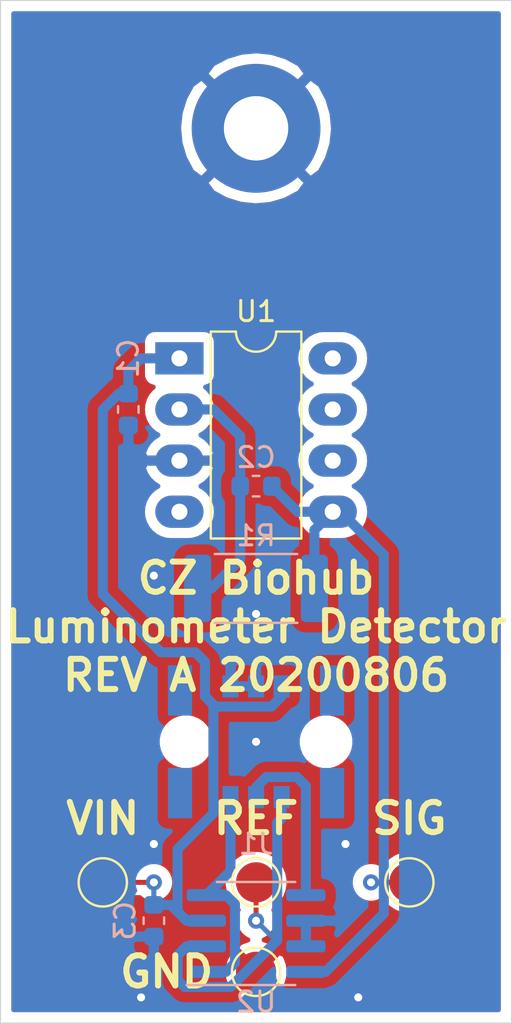
<source format=kicad_pcb>
(kicad_pcb (version 20171130) (host pcbnew "(5.1.5-0-10_14)")

  (general
    (thickness 1.6)
    (drawings 9)
    (tracks 81)
    (zones 0)
    (modules 12)
    (nets 11)
  )

  (page A4)
  (layers
    (0 F.Cu signal)
    (31 B.Cu signal)
    (32 B.Adhes user hide)
    (33 F.Adhes user)
    (34 B.Paste user hide)
    (35 F.Paste user)
    (36 B.SilkS user)
    (37 F.SilkS user)
    (38 B.Mask user hide)
    (39 F.Mask user)
    (40 Dwgs.User user)
    (41 Cmts.User user hide)
    (42 Eco1.User user)
    (43 Eco2.User user hide)
    (44 Edge.Cuts user)
    (45 Margin user)
    (46 B.CrtYd user)
    (47 F.CrtYd user)
    (48 B.Fab user hide)
    (49 F.Fab user hide)
  )

  (setup
    (last_trace_width 0.25)
    (user_trace_width 0.5)
    (trace_clearance 0.2)
    (zone_clearance 0.508)
    (zone_45_only no)
    (trace_min 0.2)
    (via_size 0.8)
    (via_drill 0.4)
    (via_min_size 0.4)
    (via_min_drill 0.3)
    (uvia_size 0.3)
    (uvia_drill 0.1)
    (uvias_allowed no)
    (uvia_min_size 0.2)
    (uvia_min_drill 0.1)
    (edge_width 0.05)
    (segment_width 0.2)
    (pcb_text_width 0.3)
    (pcb_text_size 1.5 1.5)
    (mod_edge_width 0.12)
    (mod_text_size 1 1)
    (mod_text_width 0.15)
    (pad_size 1.524 1.524)
    (pad_drill 0.762)
    (pad_to_mask_clearance 0.051)
    (solder_mask_min_width 0.25)
    (aux_axis_origin 0 0)
    (visible_elements FFFFF77F)
    (pcbplotparams
      (layerselection 0x010fc_ffffffff)
      (usegerberextensions false)
      (usegerberattributes false)
      (usegerberadvancedattributes false)
      (creategerberjobfile false)
      (excludeedgelayer true)
      (linewidth 0.100000)
      (plotframeref false)
      (viasonmask false)
      (mode 1)
      (useauxorigin false)
      (hpglpennumber 1)
      (hpglpenspeed 20)
      (hpglpendiameter 15.000000)
      (psnegative false)
      (psa4output false)
      (plotreference true)
      (plotvalue true)
      (plotinvisibletext false)
      (padsonsilk false)
      (subtractmaskfromsilk false)
      (outputformat 1)
      (mirror false)
      (drillshape 1)
      (scaleselection 1)
      (outputdirectory ""))
  )

  (net 0 "")
  (net 1 GNDA)
  (net 2 VDDA)
  (net 3 "Net-(C2-Pad2)")
  (net 4 "Net-(C2-Pad1)")
  (net 5 /ADC_P)
  (net 6 /ADC_N)
  (net 7 /REF)
  (net 8 "Net-(U1-Pad4)")
  (net 9 "Net-(U1-Pad7)")
  (net 10 "Net-(U1-Pad6)")

  (net_class Default "This is the default net class."
    (clearance 0.2)
    (trace_width 0.25)
    (via_dia 0.8)
    (via_drill 0.4)
    (uvia_dia 0.3)
    (uvia_drill 0.1)
    (add_net /ADC_N)
    (add_net /ADC_P)
    (add_net /REF)
    (add_net GNDA)
    (add_net "Net-(C2-Pad1)")
    (add_net "Net-(C2-Pad2)")
    (add_net "Net-(U1-Pad4)")
    (add_net "Net-(U1-Pad6)")
    (add_net "Net-(U1-Pad7)")
    (add_net VDDA)
  )

  (module Package_SO:SOIC-8_3.9x4.9mm_P1.27mm (layer B.Cu) (tedit 5D9F72B1) (tstamp 5F2D0ADA)
    (at 134.62 104.775)
    (descr "SOIC, 8 Pin (JEDEC MS-012AA, https://www.analog.com/media/en/package-pcb-resources/package/pkg_pdf/soic_narrow-r/r_8.pdf), generated with kicad-footprint-generator ipc_gullwing_generator.py")
    (tags "SOIC SO")
    (path /5F544048)
    (attr smd)
    (fp_text reference U2 (at 0 3.4) (layer B.SilkS)
      (effects (font (size 1 1) (thickness 0.15)) (justify mirror))
    )
    (fp_text value OPA862 (at 0 -3.4) (layer B.Fab)
      (effects (font (size 1 1) (thickness 0.15)) (justify mirror))
    )
    (fp_text user %R (at 0 0) (layer B.Fab)
      (effects (font (size 0.98 0.98) (thickness 0.15)) (justify mirror))
    )
    (fp_line (start 3.7 2.7) (end -3.7 2.7) (layer B.CrtYd) (width 0.05))
    (fp_line (start 3.7 -2.7) (end 3.7 2.7) (layer B.CrtYd) (width 0.05))
    (fp_line (start -3.7 -2.7) (end 3.7 -2.7) (layer B.CrtYd) (width 0.05))
    (fp_line (start -3.7 2.7) (end -3.7 -2.7) (layer B.CrtYd) (width 0.05))
    (fp_line (start -1.95 1.475) (end -0.975 2.45) (layer B.Fab) (width 0.1))
    (fp_line (start -1.95 -2.45) (end -1.95 1.475) (layer B.Fab) (width 0.1))
    (fp_line (start 1.95 -2.45) (end -1.95 -2.45) (layer B.Fab) (width 0.1))
    (fp_line (start 1.95 2.45) (end 1.95 -2.45) (layer B.Fab) (width 0.1))
    (fp_line (start -0.975 2.45) (end 1.95 2.45) (layer B.Fab) (width 0.1))
    (fp_line (start 0 2.56) (end -3.45 2.56) (layer B.SilkS) (width 0.12))
    (fp_line (start 0 2.56) (end 1.95 2.56) (layer B.SilkS) (width 0.12))
    (fp_line (start 0 -2.56) (end -1.95 -2.56) (layer B.SilkS) (width 0.12))
    (fp_line (start 0 -2.56) (end 1.95 -2.56) (layer B.SilkS) (width 0.12))
    (pad 8 smd roundrect (at 2.475 1.905) (size 1.95 0.6) (layers B.Cu B.Paste B.Mask) (roundrect_rratio 0.25)
      (net 4 "Net-(C2-Pad1)"))
    (pad 7 smd roundrect (at 2.475 0.635) (size 1.95 0.6) (layers B.Cu B.Paste B.Mask) (roundrect_rratio 0.25)
      (net 1 GNDA))
    (pad 6 smd roundrect (at 2.475 -0.635) (size 1.95 0.6) (layers B.Cu B.Paste B.Mask) (roundrect_rratio 0.25)
      (net 1 GNDA))
    (pad 5 smd roundrect (at 2.475 -1.905) (size 1.95 0.6) (layers B.Cu B.Paste B.Mask) (roundrect_rratio 0.25)
      (net 6 /ADC_N))
    (pad 4 smd roundrect (at -2.475 -1.905) (size 1.95 0.6) (layers B.Cu B.Paste B.Mask) (roundrect_rratio 0.25)
      (net 5 /ADC_P))
    (pad 3 smd roundrect (at -2.475 -0.635) (size 1.95 0.6) (layers B.Cu B.Paste B.Mask) (roundrect_rratio 0.25)
      (net 2 VDDA))
    (pad 2 smd roundrect (at -2.475 0.635) (size 1.95 0.6) (layers B.Cu B.Paste B.Mask) (roundrect_rratio 0.25)
      (net 7 /REF))
    (pad 1 smd roundrect (at -2.475 1.905) (size 1.95 0.6) (layers B.Cu B.Paste B.Mask) (roundrect_rratio 0.25)
      (net 5 /ADC_P))
    (model ${KISYS3DMOD}/Package_SO.3dshapes/SOIC-8_3.9x4.9mm_P1.27mm.wrl
      (at (xyz 0 0 0))
      (scale (xyz 1 1 1))
      (rotate (xyz 0 0 0))
    )
  )

  (module Package_DIP:DIP-8_W7.62mm_LongPads (layer F.Cu) (tedit 5A02E8C5) (tstamp 5F2CFD04)
    (at 130.81 76.2)
    (descr "8-lead though-hole mounted DIP package, row spacing 7.62 mm (300 mils), LongPads")
    (tags "THT DIP DIL PDIP 2.54mm 7.62mm 300mil LongPads")
    (path /5F543BB2)
    (fp_text reference U1 (at 3.81 -2.33) (layer F.SilkS)
      (effects (font (size 1 1) (thickness 0.15)))
    )
    (fp_text value OPT101 (at 3.81 9.95) (layer F.Fab)
      (effects (font (size 1 1) (thickness 0.15)))
    )
    (fp_text user %R (at 3.81 3.81) (layer F.Fab)
      (effects (font (size 1 1) (thickness 0.15)))
    )
    (fp_line (start 9.1 -1.55) (end -1.45 -1.55) (layer F.CrtYd) (width 0.05))
    (fp_line (start 9.1 9.15) (end 9.1 -1.55) (layer F.CrtYd) (width 0.05))
    (fp_line (start -1.45 9.15) (end 9.1 9.15) (layer F.CrtYd) (width 0.05))
    (fp_line (start -1.45 -1.55) (end -1.45 9.15) (layer F.CrtYd) (width 0.05))
    (fp_line (start 6.06 -1.33) (end 4.81 -1.33) (layer F.SilkS) (width 0.12))
    (fp_line (start 6.06 8.95) (end 6.06 -1.33) (layer F.SilkS) (width 0.12))
    (fp_line (start 1.56 8.95) (end 6.06 8.95) (layer F.SilkS) (width 0.12))
    (fp_line (start 1.56 -1.33) (end 1.56 8.95) (layer F.SilkS) (width 0.12))
    (fp_line (start 2.81 -1.33) (end 1.56 -1.33) (layer F.SilkS) (width 0.12))
    (fp_line (start 0.635 -0.27) (end 1.635 -1.27) (layer F.Fab) (width 0.1))
    (fp_line (start 0.635 8.89) (end 0.635 -0.27) (layer F.Fab) (width 0.1))
    (fp_line (start 6.985 8.89) (end 0.635 8.89) (layer F.Fab) (width 0.1))
    (fp_line (start 6.985 -1.27) (end 6.985 8.89) (layer F.Fab) (width 0.1))
    (fp_line (start 1.635 -1.27) (end 6.985 -1.27) (layer F.Fab) (width 0.1))
    (fp_arc (start 3.81 -1.33) (end 2.81 -1.33) (angle -180) (layer F.SilkS) (width 0.12))
    (pad 8 thru_hole oval (at 7.62 0) (size 2.4 1.6) (drill 0.8) (layers *.Cu *.Mask)
      (net 7 /REF))
    (pad 4 thru_hole oval (at 0 7.62) (size 2.4 1.6) (drill 0.8) (layers *.Cu *.Mask)
      (net 8 "Net-(U1-Pad4)"))
    (pad 7 thru_hole oval (at 7.62 2.54) (size 2.4 1.6) (drill 0.8) (layers *.Cu *.Mask)
      (net 9 "Net-(U1-Pad7)"))
    (pad 3 thru_hole oval (at 0 5.08) (size 2.4 1.6) (drill 0.8) (layers *.Cu *.Mask)
      (net 1 GNDA))
    (pad 6 thru_hole oval (at 7.62 5.08) (size 2.4 1.6) (drill 0.8) (layers *.Cu *.Mask)
      (net 10 "Net-(U1-Pad6)"))
    (pad 2 thru_hole oval (at 0 2.54) (size 2.4 1.6) (drill 0.8) (layers *.Cu *.Mask)
      (net 3 "Net-(C2-Pad2)"))
    (pad 5 thru_hole oval (at 7.62 7.62) (size 2.4 1.6) (drill 0.8) (layers *.Cu *.Mask)
      (net 4 "Net-(C2-Pad1)"))
    (pad 1 thru_hole rect (at 0 0) (size 2.4 1.6) (drill 0.8) (layers *.Cu *.Mask)
      (net 2 VDDA))
    (model ${KISYS3DMOD}/Package_DIP.3dshapes/DIP-8_W7.62mm.wrl
      (at (xyz 0 0 0))
      (scale (xyz 1 1 1))
      (rotate (xyz 0 0 0))
    )
  )

  (module TestPoint:TestPoint_Pad_D2.0mm (layer F.Cu) (tedit 5A0F774F) (tstamp 5F2CFBCF)
    (at 134.62 106.68)
    (descr "SMD pad as test Point, diameter 2.0mm")
    (tags "test point SMD pad")
    (path /5F579568)
    (attr virtual)
    (fp_text reference TP4 (at 0 -1.998) (layer F.SilkS) hide
      (effects (font (size 1 1) (thickness 0.15)))
    )
    (fp_text value TestPoint (at 0 2.05) (layer F.Fab)
      (effects (font (size 1 1) (thickness 0.15)))
    )
    (fp_circle (center 0 0) (end 0 1.2) (layer F.SilkS) (width 0.12))
    (fp_circle (center 0 0) (end 1.5 0) (layer F.CrtYd) (width 0.05))
    (fp_text user %R (at 0 -2) (layer F.Fab)
      (effects (font (size 1 1) (thickness 0.15)))
    )
    (pad 1 smd circle (at 0 0) (size 2 2) (layers F.Cu F.Mask)
      (net 1 GNDA))
  )

  (module TestPoint:TestPoint_Pad_D2.0mm (layer F.Cu) (tedit 5A0F774F) (tstamp 5F2CFBC7)
    (at 134.62 102.235)
    (descr "SMD pad as test Point, diameter 2.0mm")
    (tags "test point SMD pad")
    (path /5F57FF7C)
    (attr virtual)
    (fp_text reference TP3 (at 0 -1.998) (layer F.SilkS) hide
      (effects (font (size 1 1) (thickness 0.15)))
    )
    (fp_text value TestPoint (at 0 2.05) (layer F.Fab)
      (effects (font (size 1 1) (thickness 0.15)))
    )
    (fp_circle (center 0 0) (end 0 1.2) (layer F.SilkS) (width 0.12))
    (fp_circle (center 0 0) (end 1.5 0) (layer F.CrtYd) (width 0.05))
    (fp_text user %R (at 0 -2) (layer F.Fab)
      (effects (font (size 1 1) (thickness 0.15)))
    )
    (pad 1 smd circle (at 0 0) (size 2 2) (layers F.Cu F.Mask)
      (net 7 /REF))
  )

  (module TestPoint:TestPoint_Pad_D2.0mm (layer F.Cu) (tedit 5A0F774F) (tstamp 5F2D0216)
    (at 127 102.235)
    (descr "SMD pad as test Point, diameter 2.0mm")
    (tags "test point SMD pad")
    (path /5F57777F)
    (attr virtual)
    (fp_text reference TP2 (at 0 -1.998) (layer F.SilkS) hide
      (effects (font (size 1 1) (thickness 0.15)))
    )
    (fp_text value TestPoint (at 0 2.05) (layer F.Fab)
      (effects (font (size 1 1) (thickness 0.15)))
    )
    (fp_circle (center 0 0) (end 0 1.2) (layer F.SilkS) (width 0.12))
    (fp_circle (center 0 0) (end 1.5 0) (layer F.CrtYd) (width 0.05))
    (fp_text user %R (at 0 -2) (layer F.Fab)
      (effects (font (size 1 1) (thickness 0.15)))
    )
    (pad 1 smd circle (at 0 0) (size 2 2) (layers F.Cu F.Mask)
      (net 2 VDDA))
  )

  (module TestPoint:TestPoint_Pad_D2.0mm (layer F.Cu) (tedit 5A0F774F) (tstamp 5F2CFBB7)
    (at 142.24 102.235)
    (descr "SMD pad as test Point, diameter 2.0mm")
    (tags "test point SMD pad")
    (path /5F57C19F)
    (attr virtual)
    (fp_text reference TP1 (at 0 -1.998) (layer F.SilkS) hide
      (effects (font (size 1 1) (thickness 0.15)))
    )
    (fp_text value TestPoint (at 0 2.05) (layer F.Fab)
      (effects (font (size 1 1) (thickness 0.15)))
    )
    (fp_circle (center 0 0) (end 0 1.2) (layer F.SilkS) (width 0.12))
    (fp_circle (center 0 0) (end 1.5 0) (layer F.CrtYd) (width 0.05))
    (fp_text user %R (at 0 -2) (layer F.Fab)
      (effects (font (size 1 1) (thickness 0.15)))
    )
    (pad 1 smd circle (at 0 0) (size 2 2) (layers F.Cu F.Mask)
      (net 4 "Net-(C2-Pad1)"))
  )

  (module Resistor_SMD:R_2512_6332Metric (layer B.Cu) (tedit 5B301BBD) (tstamp 5F2CFEBA)
    (at 134.62 87.63 180)
    (descr "Resistor SMD 2512 (6332 Metric), square (rectangular) end terminal, IPC_7351 nominal, (Body size source: http://www.tortai-tech.com/upload/download/2011102023233369053.pdf), generated with kicad-footprint-generator")
    (tags resistor)
    (path /5F544799)
    (attr smd)
    (fp_text reference R1 (at 0 2.62) (layer B.SilkS)
      (effects (font (size 1 1) (thickness 0.15)) (justify mirror))
    )
    (fp_text value 1G (at 0 -2.62) (layer B.Fab)
      (effects (font (size 1 1) (thickness 0.15)) (justify mirror))
    )
    (fp_text user %R (at 0 0) (layer B.Fab)
      (effects (font (size 1 1) (thickness 0.15)) (justify mirror))
    )
    (fp_line (start 3.82 -1.92) (end -3.82 -1.92) (layer B.CrtYd) (width 0.05))
    (fp_line (start 3.82 1.92) (end 3.82 -1.92) (layer B.CrtYd) (width 0.05))
    (fp_line (start -3.82 1.92) (end 3.82 1.92) (layer B.CrtYd) (width 0.05))
    (fp_line (start -3.82 -1.92) (end -3.82 1.92) (layer B.CrtYd) (width 0.05))
    (fp_line (start -2.052064 -1.71) (end 2.052064 -1.71) (layer B.SilkS) (width 0.12))
    (fp_line (start -2.052064 1.71) (end 2.052064 1.71) (layer B.SilkS) (width 0.12))
    (fp_line (start 3.15 -1.6) (end -3.15 -1.6) (layer B.Fab) (width 0.1))
    (fp_line (start 3.15 1.6) (end 3.15 -1.6) (layer B.Fab) (width 0.1))
    (fp_line (start -3.15 1.6) (end 3.15 1.6) (layer B.Fab) (width 0.1))
    (fp_line (start -3.15 -1.6) (end -3.15 1.6) (layer B.Fab) (width 0.1))
    (pad 2 smd roundrect (at 2.9 0 180) (size 1.35 3.35) (layers B.Cu B.Paste B.Mask) (roundrect_rratio 0.185185)
      (net 3 "Net-(C2-Pad2)"))
    (pad 1 smd roundrect (at -2.9 0 180) (size 1.35 3.35) (layers B.Cu B.Paste B.Mask) (roundrect_rratio 0.185185)
      (net 4 "Net-(C2-Pad1)"))
    (model ${KISYS3DMOD}/Resistor_SMD.3dshapes/R_2512_6332Metric.wrl
      (at (xyz 0 0 0))
      (scale (xyz 1 1 1))
      (rotate (xyz 0 0 0))
    )
  )

  (module Luminometer_OPT101_Footprints:Harting_15110062601000 (layer B.Cu) (tedit 5F2CBBA0) (tstamp 5F2D0393)
    (at 134.62 95.25)
    (path /5F5A4241)
    (fp_text reference J1 (at 0 5.08) (layer B.SilkS)
      (effects (font (size 1 1) (thickness 0.15)) (justify mirror))
    )
    (fp_text value Conn_02x03_Row_Letter_First (at 0 -6.35) (layer B.Fab)
      (effects (font (size 1 1) (thickness 0.15)) (justify mirror))
    )
    (fp_line (start -5.08 5.08) (end -5.08 -5.08) (layer B.CrtYd) (width 0.12))
    (fp_line (start 5.08 5.08) (end -5.08 5.08) (layer B.CrtYd) (width 0.12))
    (fp_line (start 5.08 -5.08) (end 5.08 5.08) (layer B.CrtYd) (width 0.12))
    (fp_line (start -5.08 -5.08) (end 5.08 -5.08) (layer B.CrtYd) (width 0.12))
    (pad 4 connect rect (at -3.78 2.55) (size 1.2 2.5) (layers B.Cu B.Mask))
    (pad 3 connect rect (at 3.78 2.55) (size 1.2 2.5) (layers B.Cu B.Mask))
    (pad 2 connect rect (at -3.78 -2.55) (size 1.2 2.5) (layers B.Cu B.Mask))
    (pad 1 connect rect (at 3.78 -2.55) (size 1.2 2.5) (layers B.Cu B.Mask))
    (pad "" np_thru_hole circle (at -3.48 0) (size 1.6 1.6) (drill 1.6) (layers *.Cu *.Mask))
    (pad "" np_thru_hole circle (at 3.48 0) (size 1.6 1.6) (drill 1.6) (layers *.Cu *.Mask))
    (pad a3 smd rect (at -1.27 -2.75) (size 0.8 1.1) (layers B.Cu B.Paste B.Mask)
      (net 1 GNDA))
    (pad a2 smd rect (at 0 -2.75) (size 0.8 1.1) (layers B.Cu B.Paste B.Mask)
      (net 1 GNDA))
    (pad a1 smd rect (at 1.27 -2.75) (size 0.8 1.1) (layers B.Cu B.Paste B.Mask)
      (net 2 VDDA))
    (pad b3 smd rect (at -1.27 2.75) (size 0.8 1.1) (layers B.Cu B.Paste B.Mask)
      (net 5 /ADC_P))
    (pad b2 smd rect (at 0 2.75) (size 0.8 1.1) (layers B.Cu B.Paste B.Mask)
      (net 6 /ADC_N))
    (pad b1 smd rect (at 1.27 2.75) (size 0.8 1.1) (layers B.Cu B.Paste B.Mask)
      (net 7 /REF))
    (model ${KIPRJMOD}/Luminometer_OPT101_Footprints.pretty/1511006X601XXX_100210554MOD000B.STP
      (offset (xyz 0 0 1.5))
      (scale (xyz 1 1 1))
      (rotate (xyz 0 0 90))
    )
  )

  (module MountingHole:MountingHole_3.2mm_M3_Pad (layer F.Cu) (tedit 56D1B4CB) (tstamp 5F2CFB8A)
    (at 134.62 64.77)
    (descr "Mounting Hole 3.2mm, M3")
    (tags "mounting hole 3.2mm m3")
    (path /5F59A99E)
    (attr virtual)
    (fp_text reference H1 (at 0 -4.2) (layer F.SilkS) hide
      (effects (font (size 1 1) (thickness 0.15)))
    )
    (fp_text value MountingHole_Pad (at 0 4.2) (layer F.Fab)
      (effects (font (size 1 1) (thickness 0.15)))
    )
    (fp_circle (center 0 0) (end 3.45 0) (layer F.CrtYd) (width 0.05))
    (fp_circle (center 0 0) (end 3.2 0) (layer Cmts.User) (width 0.15))
    (fp_text user %R (at 0.3 0) (layer F.Fab)
      (effects (font (size 1 1) (thickness 0.15)))
    )
    (pad 1 thru_hole circle (at 0 0) (size 6.4 6.4) (drill 3.2) (layers *.Cu *.Mask)
      (net 1 GNDA))
  )

  (module Capacitor_SMD:C_0603_1608Metric (layer B.Cu) (tedit 5B301BBE) (tstamp 5F2CFB82)
    (at 129.54 104.14 270)
    (descr "Capacitor SMD 0603 (1608 Metric), square (rectangular) end terminal, IPC_7351 nominal, (Body size source: http://www.tortai-tech.com/upload/download/2011102023233369053.pdf), generated with kicad-footprint-generator")
    (tags capacitor)
    (path /5F5534E3)
    (attr smd)
    (fp_text reference C3 (at 0 1.43 90) (layer B.SilkS)
      (effects (font (size 1 1) (thickness 0.15)) (justify mirror))
    )
    (fp_text value 220nF (at 0 -1.43 90) (layer B.Fab)
      (effects (font (size 1 1) (thickness 0.15)) (justify mirror))
    )
    (fp_text user %R (at 0 0 90) (layer B.Fab)
      (effects (font (size 0.4 0.4) (thickness 0.06)) (justify mirror))
    )
    (fp_line (start 1.48 -0.73) (end -1.48 -0.73) (layer B.CrtYd) (width 0.05))
    (fp_line (start 1.48 0.73) (end 1.48 -0.73) (layer B.CrtYd) (width 0.05))
    (fp_line (start -1.48 0.73) (end 1.48 0.73) (layer B.CrtYd) (width 0.05))
    (fp_line (start -1.48 -0.73) (end -1.48 0.73) (layer B.CrtYd) (width 0.05))
    (fp_line (start -0.162779 -0.51) (end 0.162779 -0.51) (layer B.SilkS) (width 0.12))
    (fp_line (start -0.162779 0.51) (end 0.162779 0.51) (layer B.SilkS) (width 0.12))
    (fp_line (start 0.8 -0.4) (end -0.8 -0.4) (layer B.Fab) (width 0.1))
    (fp_line (start 0.8 0.4) (end 0.8 -0.4) (layer B.Fab) (width 0.1))
    (fp_line (start -0.8 0.4) (end 0.8 0.4) (layer B.Fab) (width 0.1))
    (fp_line (start -0.8 -0.4) (end -0.8 0.4) (layer B.Fab) (width 0.1))
    (pad 2 smd roundrect (at 0.7875 0 270) (size 0.875 0.95) (layers B.Cu B.Paste B.Mask) (roundrect_rratio 0.25)
      (net 1 GNDA))
    (pad 1 smd roundrect (at -0.7875 0 270) (size 0.875 0.95) (layers B.Cu B.Paste B.Mask) (roundrect_rratio 0.25)
      (net 2 VDDA))
    (model ${KISYS3DMOD}/Capacitor_SMD.3dshapes/C_0603_1608Metric.wrl
      (at (xyz 0 0 0))
      (scale (xyz 1 1 1))
      (rotate (xyz 0 0 0))
    )
  )

  (module Capacitor_SMD:C_0603_1608Metric (layer B.Cu) (tedit 5B301BBE) (tstamp 5F2D00B6)
    (at 134.62 82.55 180)
    (descr "Capacitor SMD 0603 (1608 Metric), square (rectangular) end terminal, IPC_7351 nominal, (Body size source: http://www.tortai-tech.com/upload/download/2011102023233369053.pdf), generated with kicad-footprint-generator")
    (tags capacitor)
    (path /5F5830B0)
    (attr smd)
    (fp_text reference C2 (at 0 1.43) (layer B.SilkS)
      (effects (font (size 1 1) (thickness 0.15)) (justify mirror))
    )
    (fp_text value 100pF (at 0 -1.43) (layer B.Fab)
      (effects (font (size 1 1) (thickness 0.15)) (justify mirror))
    )
    (fp_text user %R (at 0 0) (layer B.Fab)
      (effects (font (size 0.4 0.4) (thickness 0.06)) (justify mirror))
    )
    (fp_line (start 1.48 -0.73) (end -1.48 -0.73) (layer B.CrtYd) (width 0.05))
    (fp_line (start 1.48 0.73) (end 1.48 -0.73) (layer B.CrtYd) (width 0.05))
    (fp_line (start -1.48 0.73) (end 1.48 0.73) (layer B.CrtYd) (width 0.05))
    (fp_line (start -1.48 -0.73) (end -1.48 0.73) (layer B.CrtYd) (width 0.05))
    (fp_line (start -0.162779 -0.51) (end 0.162779 -0.51) (layer B.SilkS) (width 0.12))
    (fp_line (start -0.162779 0.51) (end 0.162779 0.51) (layer B.SilkS) (width 0.12))
    (fp_line (start 0.8 -0.4) (end -0.8 -0.4) (layer B.Fab) (width 0.1))
    (fp_line (start 0.8 0.4) (end 0.8 -0.4) (layer B.Fab) (width 0.1))
    (fp_line (start -0.8 0.4) (end 0.8 0.4) (layer B.Fab) (width 0.1))
    (fp_line (start -0.8 -0.4) (end -0.8 0.4) (layer B.Fab) (width 0.1))
    (pad 2 smd roundrect (at 0.7875 0 180) (size 0.875 0.95) (layers B.Cu B.Paste B.Mask) (roundrect_rratio 0.25)
      (net 3 "Net-(C2-Pad2)"))
    (pad 1 smd roundrect (at -0.7875 0 180) (size 0.875 0.95) (layers B.Cu B.Paste B.Mask) (roundrect_rratio 0.25)
      (net 4 "Net-(C2-Pad1)"))
    (model ${KISYS3DMOD}/Capacitor_SMD.3dshapes/C_0603_1608Metric.wrl
      (at (xyz 0 0 0))
      (scale (xyz 1 1 1))
      (rotate (xyz 0 0 0))
    )
  )

  (module Capacitor_SMD:C_0603_1608Metric (layer B.Cu) (tedit 5B301BBE) (tstamp 5F2CFB60)
    (at 128.27 78.74 270)
    (descr "Capacitor SMD 0603 (1608 Metric), square (rectangular) end terminal, IPC_7351 nominal, (Body size source: http://www.tortai-tech.com/upload/download/2011102023233369053.pdf), generated with kicad-footprint-generator")
    (tags capacitor)
    (path /5F557BF6)
    (attr smd)
    (fp_text reference C1 (at -2.54 0 270) (layer B.SilkS)
      (effects (font (size 1 1) (thickness 0.15)) (justify mirror))
    )
    (fp_text value 220nF (at 0 -1.43 270) (layer B.Fab)
      (effects (font (size 1 1) (thickness 0.15)) (justify mirror))
    )
    (fp_text user %R (at 0 0 270) (layer B.Fab)
      (effects (font (size 0.4 0.4) (thickness 0.06)) (justify mirror))
    )
    (fp_line (start 1.48 -0.73) (end -1.48 -0.73) (layer B.CrtYd) (width 0.05))
    (fp_line (start 1.48 0.73) (end 1.48 -0.73) (layer B.CrtYd) (width 0.05))
    (fp_line (start -1.48 0.73) (end 1.48 0.73) (layer B.CrtYd) (width 0.05))
    (fp_line (start -1.48 -0.73) (end -1.48 0.73) (layer B.CrtYd) (width 0.05))
    (fp_line (start -0.162779 -0.51) (end 0.162779 -0.51) (layer B.SilkS) (width 0.12))
    (fp_line (start -0.162779 0.51) (end 0.162779 0.51) (layer B.SilkS) (width 0.12))
    (fp_line (start 0.8 -0.4) (end -0.8 -0.4) (layer B.Fab) (width 0.1))
    (fp_line (start 0.8 0.4) (end 0.8 -0.4) (layer B.Fab) (width 0.1))
    (fp_line (start -0.8 0.4) (end 0.8 0.4) (layer B.Fab) (width 0.1))
    (fp_line (start -0.8 -0.4) (end -0.8 0.4) (layer B.Fab) (width 0.1))
    (pad 2 smd roundrect (at 0.7875 0 270) (size 0.875 0.95) (layers B.Cu B.Paste B.Mask) (roundrect_rratio 0.25)
      (net 1 GNDA))
    (pad 1 smd roundrect (at -0.7875 0 270) (size 0.875 0.95) (layers B.Cu B.Paste B.Mask) (roundrect_rratio 0.25)
      (net 2 VDDA))
    (model ${KISYS3DMOD}/Capacitor_SMD.3dshapes/C_0603_1608Metric.wrl
      (at (xyz 0 0 0))
      (scale (xyz 1 1 1))
      (rotate (xyz 0 0 0))
    )
  )

  (gr_text "CZ Biohub\nLuminometer Detector\nREV A 20200806" (at 134.62 89.535) (layer F.SilkS)
    (effects (font (size 1.5 1.5) (thickness 0.3)))
  )
  (gr_line (start 121.92 109.22) (end 121.92 58.42) (layer Edge.Cuts) (width 0.05) (tstamp 5F2D0899))
  (gr_line (start 147.32 109.22) (end 121.92 109.22) (layer Edge.Cuts) (width 0.05))
  (gr_line (start 147.32 58.42) (end 147.32 109.22) (layer Edge.Cuts) (width 0.05))
  (gr_line (start 121.92 58.42) (end 147.32 58.42) (layer Edge.Cuts) (width 0.05))
  (gr_text GND (at 130.175 106.68) (layer F.SilkS)
    (effects (font (size 1.5 1.5) (thickness 0.3)))
  )
  (gr_text SIG (at 142.24 99.06) (layer F.SilkS)
    (effects (font (size 1.5 1.5) (thickness 0.3)))
  )
  (gr_text REF (at 134.62 99.06) (layer F.SilkS)
    (effects (font (size 1.5 1.5) (thickness 0.3)))
  )
  (gr_text VIN (at 127 99.06) (layer F.SilkS)
    (effects (font (size 1.5 1.5) (thickness 0.3)))
  )

  (segment (start 128.27 79.5275) (end 128.27 80.645) (width 0.5) (layer B.Cu) (net 1))
  (segment (start 128.905 81.28) (end 130.81 81.28) (width 0.5) (layer B.Cu) (net 1))
  (segment (start 128.27 80.645) (end 128.905 81.28) (width 0.5) (layer B.Cu) (net 1))
  (via (at 134.62 95.25) (size 0.8) (drill 0.4) (layers F.Cu B.Cu) (net 1))
  (via (at 134.62 88.9) (size 0.8) (drill 0.4) (layers F.Cu B.Cu) (net 1))
  (via (at 128.905 107.95) (size 0.8) (drill 0.4) (layers F.Cu B.Cu) (net 1) (tstamp 5F2D1014))
  (via (at 139.7 107.95) (size 0.8) (drill 0.4) (layers F.Cu B.Cu) (net 1))
  (via (at 139.065 100.33) (size 0.8) (drill 0.4) (layers F.Cu B.Cu) (net 1))
  (via (at 129.54 100.33) (size 0.8) (drill 0.4) (layers F.Cu B.Cu) (net 1))
  (via (at 129.54 86.995) (size 0.8) (drill 0.4) (layers F.Cu B.Cu) (net 1))
  (segment (start 128.905 76.2) (end 130.81 76.2) (width 0.5) (layer B.Cu) (net 2))
  (segment (start 128.27 76.835) (end 128.905 76.2) (width 0.5) (layer B.Cu) (net 2))
  (segment (start 128.27 77.9525) (end 128.27 76.835) (width 0.5) (layer B.Cu) (net 2))
  (segment (start 135.89 92.990002) (end 135.380001 93.500001) (width 0.5) (layer B.Cu) (net 2))
  (segment (start 135.380001 93.500001) (end 132.589999 93.500001) (width 0.5) (layer B.Cu) (net 2))
  (segment (start 135.89 92.5) (end 135.89 92.990002) (width 0.5) (layer B.Cu) (net 2))
  (segment (start 132.499999 93.590001) (end 132.589999 93.500001) (width 0.5) (layer B.Cu) (net 2))
  (segment (start 132.499999 98.800003) (end 132.499999 93.590001) (width 0.5) (layer B.Cu) (net 2))
  (segment (start 130.71999 100.580012) (end 132.499999 98.800003) (width 0.5) (layer B.Cu) (net 2))
  (segment (start 131.17 104.14) (end 130.71999 103.68999) (width 0.5) (layer B.Cu) (net 2))
  (segment (start 130.71999 103.68999) (end 130.71999 100.580012) (width 0.5) (layer B.Cu) (net 2))
  (segment (start 132.145 104.14) (end 131.17 104.14) (width 0.5) (layer B.Cu) (net 2))
  (segment (start 130.3825 103.3525) (end 130.71999 103.68999) (width 0.5) (layer B.Cu) (net 2))
  (segment (start 129.54 103.3525) (end 130.3825 103.3525) (width 0.5) (layer B.Cu) (net 2))
  (segment (start 127.795 77.9525) (end 128.27 77.9525) (width 0.5) (layer B.Cu) (net 2))
  (segment (start 132.589999 93.500001) (end 132.08 92.990002) (width 0.5) (layer B.Cu) (net 2))
  (segment (start 132.08 92.990002) (end 132.08 91.279998) (width 0.5) (layer B.Cu) (net 2))
  (segment (start 129.894998 90.805) (end 127 87.910002) (width 0.5) (layer B.Cu) (net 2))
  (segment (start 131.605002 90.805) (end 129.894998 90.805) (width 0.5) (layer B.Cu) (net 2))
  (segment (start 127 78.7475) (end 127.795 77.9525) (width 0.5) (layer B.Cu) (net 2))
  (segment (start 127 87.910002) (end 127 78.7475) (width 0.5) (layer B.Cu) (net 2))
  (segment (start 132.08 91.279998) (end 131.605002 90.805) (width 0.5) (layer B.Cu) (net 2))
  (via (at 129.54 102.235) (size 0.8) (drill 0.4) (layers F.Cu B.Cu) (net 2))
  (segment (start 127 102.235) (end 129.54 102.235) (width 0.25) (layer F.Cu) (net 2))
  (segment (start 129.54 102.235) (end 129.54 103.3525) (width 0.25) (layer B.Cu) (net 2))
  (segment (start 132.51 78.74) (end 130.81 78.74) (width 0.5) (layer B.Cu) (net 3))
  (segment (start 133.8325 80.0625) (end 132.51 78.74) (width 0.5) (layer B.Cu) (net 3))
  (segment (start 133.8325 82.55) (end 133.8325 80.0625) (width 0.5) (layer B.Cu) (net 3))
  (segment (start 133.8325 86.1925) (end 133.8325 83.025) (width 0.5) (layer B.Cu) (net 3))
  (segment (start 132.395 87.63) (end 133.8325 86.1925) (width 0.5) (layer B.Cu) (net 3))
  (segment (start 133.8325 83.025) (end 133.8325 82.55) (width 0.5) (layer B.Cu) (net 3))
  (segment (start 131.72 87.63) (end 132.395 87.63) (width 0.5) (layer B.Cu) (net 3))
  (segment (start 137.52 84.73) (end 138.43 83.82) (width 0.5) (layer B.Cu) (net 4))
  (segment (start 137.52 87.63) (end 137.52 84.73) (width 0.5) (layer B.Cu) (net 4))
  (segment (start 136.6775 83.82) (end 135.4075 82.55) (width 0.5) (layer B.Cu) (net 4))
  (segment (start 138.43 83.82) (end 136.6775 83.82) (width 0.5) (layer B.Cu) (net 4))
  (segment (start 138.83 83.82) (end 138.43 83.82) (width 0.5) (layer B.Cu) (net 4))
  (segment (start 138.07 106.68) (end 140.97 103.78) (width 0.5) (layer B.Cu) (net 4))
  (segment (start 140.97 85.96) (end 138.83 83.82) (width 0.5) (layer B.Cu) (net 4))
  (segment (start 137.095 106.68) (end 138.07 106.68) (width 0.5) (layer B.Cu) (net 4))
  (via (at 140.335 102.235) (size 0.8) (drill 0.4) (layers F.Cu B.Cu) (net 4))
  (segment (start 142.24 102.235) (end 140.335 102.235) (width 0.25) (layer F.Cu) (net 4))
  (segment (start 140.335 102.235) (end 140.97 102.235) (width 0.25) (layer B.Cu) (net 4))
  (segment (start 140.97 102.235) (end 140.97 85.96) (width 0.5) (layer B.Cu) (net 4))
  (segment (start 140.97 103.78) (end 140.97 102.235) (width 0.5) (layer B.Cu) (net 4))
  (segment (start 133.35 101.665) (end 133.35 98) (width 0.5) (layer B.Cu) (net 5))
  (segment (start 132.145 102.87) (end 133.35 101.665) (width 0.5) (layer B.Cu) (net 5))
  (segment (start 133.57001 103.32001) (end 133.12 102.87) (width 0.5) (layer B.Cu) (net 5))
  (segment (start 133.57001 106.22999) (end 133.57001 103.32001) (width 0.5) (layer B.Cu) (net 5))
  (segment (start 133.12 106.68) (end 133.57001 106.22999) (width 0.5) (layer B.Cu) (net 5))
  (segment (start 133.12 102.87) (end 132.145 102.87) (width 0.5) (layer B.Cu) (net 5))
  (segment (start 132.145 106.68) (end 133.12 106.68) (width 0.5) (layer B.Cu) (net 5))
  (segment (start 137.095 97.444998) (end 137.095 102.57) (width 0.5) (layer B.Cu) (net 6))
  (segment (start 136.650001 96.999999) (end 137.095 97.444998) (width 0.5) (layer B.Cu) (net 6))
  (segment (start 135.129999 96.999999) (end 136.650001 96.999999) (width 0.5) (layer B.Cu) (net 6))
  (segment (start 137.095 102.57) (end 137.095 102.87) (width 0.5) (layer B.Cu) (net 6))
  (segment (start 134.62 97.509998) (end 135.129999 96.999999) (width 0.5) (layer B.Cu) (net 6))
  (segment (start 134.62 98) (end 134.62 97.509998) (width 0.5) (layer B.Cu) (net 6))
  (segment (start 135.66999 105.119972) (end 135.66999 99.27001) (width 0.5) (layer B.Cu) (net 7))
  (segment (start 135.89 99.05) (end 135.89 98) (width 0.5) (layer B.Cu) (net 7))
  (segment (start 135.66999 99.27001) (end 135.89 99.05) (width 0.5) (layer B.Cu) (net 7))
  (segment (start 131.071466 107.43001) (end 133.359952 107.43001) (width 0.5) (layer B.Cu) (net 7))
  (segment (start 133.359952 107.43001) (end 135.66999 105.119972) (width 0.5) (layer B.Cu) (net 7))
  (segment (start 130.71999 105.86001) (end 130.71999 107.078534) (width 0.5) (layer B.Cu) (net 7))
  (segment (start 131.17 105.41) (end 130.71999 105.86001) (width 0.5) (layer B.Cu) (net 7))
  (segment (start 130.71999 107.078534) (end 131.071466 107.43001) (width 0.5) (layer B.Cu) (net 7))
  (segment (start 132.145 105.41) (end 131.17 105.41) (width 0.5) (layer B.Cu) (net 7))
  (via (at 134.62 104.14) (size 0.8) (drill 0.4) (layers F.Cu B.Cu) (net 7))
  (segment (start 134.62 102.235) (end 134.62 104.14) (width 0.25) (layer F.Cu) (net 7))
  (segment (start 135.599972 105.119972) (end 135.66999 105.119972) (width 0.25) (layer B.Cu) (net 7))
  (segment (start 134.62 104.14) (end 135.599972 105.119972) (width 0.25) (layer B.Cu) (net 7))

  (zone (net 1) (net_name GNDA) (layer F.Cu) (tstamp 0) (hatch edge 0.508)
    (connect_pads (clearance 0.508))
    (min_thickness 0.254)
    (fill yes (arc_segments 32) (thermal_gap 0.508) (thermal_bridge_width 0.508))
    (polygon
      (pts
        (xy 147.32 109.22) (xy 121.92 109.22) (xy 121.92 58.42) (xy 147.32 58.42)
      )
    )
    (filled_polygon
      (pts
        (xy 146.660001 108.56) (xy 122.58 108.56) (xy 122.58 107.815413) (xy 133.664192 107.815413) (xy 133.759956 108.079814)
        (xy 134.049571 108.220704) (xy 134.361108 108.302384) (xy 134.682595 108.321718) (xy 135.001675 108.277961) (xy 135.306088 108.172795)
        (xy 135.480044 108.079814) (xy 135.575808 107.815413) (xy 134.62 106.859605) (xy 133.664192 107.815413) (xy 122.58 107.815413)
        (xy 122.58 106.742595) (xy 132.978282 106.742595) (xy 133.022039 107.061675) (xy 133.127205 107.366088) (xy 133.220186 107.540044)
        (xy 133.484587 107.635808) (xy 134.440395 106.68) (xy 134.799605 106.68) (xy 135.755413 107.635808) (xy 136.019814 107.540044)
        (xy 136.160704 107.250429) (xy 136.242384 106.938892) (xy 136.261718 106.617405) (xy 136.217961 106.298325) (xy 136.112795 105.993912)
        (xy 136.019814 105.819956) (xy 135.755413 105.724192) (xy 134.799605 106.68) (xy 134.440395 106.68) (xy 133.484587 105.724192)
        (xy 133.220186 105.819956) (xy 133.079296 106.109571) (xy 132.997616 106.421108) (xy 132.978282 106.742595) (xy 122.58 106.742595)
        (xy 122.58 102.073967) (xy 125.365 102.073967) (xy 125.365 102.396033) (xy 125.427832 102.711912) (xy 125.551082 103.009463)
        (xy 125.730013 103.277252) (xy 125.957748 103.504987) (xy 126.225537 103.683918) (xy 126.523088 103.807168) (xy 126.838967 103.87)
        (xy 127.161033 103.87) (xy 127.476912 103.807168) (xy 127.774463 103.683918) (xy 128.042252 103.504987) (xy 128.269987 103.277252)
        (xy 128.448918 103.009463) (xy 128.454909 102.995) (xy 128.836289 102.995) (xy 128.880226 103.038937) (xy 129.049744 103.152205)
        (xy 129.238102 103.230226) (xy 129.438061 103.27) (xy 129.641939 103.27) (xy 129.841898 103.230226) (xy 130.030256 103.152205)
        (xy 130.199774 103.038937) (xy 130.343937 102.894774) (xy 130.457205 102.725256) (xy 130.535226 102.536898) (xy 130.575 102.336939)
        (xy 130.575 102.133061) (xy 130.563246 102.073967) (xy 132.985 102.073967) (xy 132.985 102.396033) (xy 133.047832 102.711912)
        (xy 133.171082 103.009463) (xy 133.350013 103.277252) (xy 133.577748 103.504987) (xy 133.731067 103.607432) (xy 133.702795 103.649744)
        (xy 133.624774 103.838102) (xy 133.585 104.038061) (xy 133.585 104.241939) (xy 133.624774 104.441898) (xy 133.702795 104.630256)
        (xy 133.816063 104.799774) (xy 133.960226 104.943937) (xy 134.129744 105.057205) (xy 134.211811 105.091199) (xy 133.933912 105.187205)
        (xy 133.759956 105.280186) (xy 133.664192 105.544587) (xy 134.62 106.500395) (xy 135.575808 105.544587) (xy 135.480044 105.280186)
        (xy 135.190429 105.139296) (xy 135.019968 105.094604) (xy 135.110256 105.057205) (xy 135.279774 104.943937) (xy 135.423937 104.799774)
        (xy 135.537205 104.630256) (xy 135.615226 104.441898) (xy 135.655 104.241939) (xy 135.655 104.038061) (xy 135.615226 103.838102)
        (xy 135.537205 103.649744) (xy 135.508933 103.607432) (xy 135.662252 103.504987) (xy 135.889987 103.277252) (xy 136.068918 103.009463)
        (xy 136.192168 102.711912) (xy 136.255 102.396033) (xy 136.255 102.133061) (xy 139.3 102.133061) (xy 139.3 102.336939)
        (xy 139.339774 102.536898) (xy 139.417795 102.725256) (xy 139.531063 102.894774) (xy 139.675226 103.038937) (xy 139.844744 103.152205)
        (xy 140.033102 103.230226) (xy 140.233061 103.27) (xy 140.436939 103.27) (xy 140.636898 103.230226) (xy 140.825256 103.152205)
        (xy 140.867568 103.123933) (xy 140.970013 103.277252) (xy 141.197748 103.504987) (xy 141.465537 103.683918) (xy 141.763088 103.807168)
        (xy 142.078967 103.87) (xy 142.401033 103.87) (xy 142.716912 103.807168) (xy 143.014463 103.683918) (xy 143.282252 103.504987)
        (xy 143.509987 103.277252) (xy 143.688918 103.009463) (xy 143.812168 102.711912) (xy 143.875 102.396033) (xy 143.875 102.073967)
        (xy 143.812168 101.758088) (xy 143.688918 101.460537) (xy 143.509987 101.192748) (xy 143.282252 100.965013) (xy 143.014463 100.786082)
        (xy 142.716912 100.662832) (xy 142.401033 100.6) (xy 142.078967 100.6) (xy 141.763088 100.662832) (xy 141.465537 100.786082)
        (xy 141.197748 100.965013) (xy 140.970013 101.192748) (xy 140.867568 101.346067) (xy 140.825256 101.317795) (xy 140.636898 101.239774)
        (xy 140.436939 101.2) (xy 140.233061 101.2) (xy 140.033102 101.239774) (xy 139.844744 101.317795) (xy 139.675226 101.431063)
        (xy 139.531063 101.575226) (xy 139.417795 101.744744) (xy 139.339774 101.933102) (xy 139.3 102.133061) (xy 136.255 102.133061)
        (xy 136.255 102.073967) (xy 136.192168 101.758088) (xy 136.068918 101.460537) (xy 135.889987 101.192748) (xy 135.662252 100.965013)
        (xy 135.394463 100.786082) (xy 135.096912 100.662832) (xy 134.781033 100.6) (xy 134.458967 100.6) (xy 134.143088 100.662832)
        (xy 133.845537 100.786082) (xy 133.577748 100.965013) (xy 133.350013 101.192748) (xy 133.171082 101.460537) (xy 133.047832 101.758088)
        (xy 132.985 102.073967) (xy 130.563246 102.073967) (xy 130.535226 101.933102) (xy 130.457205 101.744744) (xy 130.343937 101.575226)
        (xy 130.199774 101.431063) (xy 130.030256 101.317795) (xy 129.841898 101.239774) (xy 129.641939 101.2) (xy 129.438061 101.2)
        (xy 129.238102 101.239774) (xy 129.049744 101.317795) (xy 128.880226 101.431063) (xy 128.836289 101.475) (xy 128.454909 101.475)
        (xy 128.448918 101.460537) (xy 128.269987 101.192748) (xy 128.042252 100.965013) (xy 127.774463 100.786082) (xy 127.476912 100.662832)
        (xy 127.161033 100.6) (xy 126.838967 100.6) (xy 126.523088 100.662832) (xy 126.225537 100.786082) (xy 125.957748 100.965013)
        (xy 125.730013 101.192748) (xy 125.551082 101.460537) (xy 125.427832 101.758088) (xy 125.365 102.073967) (xy 122.58 102.073967)
        (xy 122.58 95.108665) (xy 129.705 95.108665) (xy 129.705 95.391335) (xy 129.760147 95.668574) (xy 129.86832 95.929727)
        (xy 130.025363 96.164759) (xy 130.225241 96.364637) (xy 130.460273 96.52168) (xy 130.721426 96.629853) (xy 130.998665 96.685)
        (xy 131.281335 96.685) (xy 131.558574 96.629853) (xy 131.819727 96.52168) (xy 132.054759 96.364637) (xy 132.254637 96.164759)
        (xy 132.41168 95.929727) (xy 132.519853 95.668574) (xy 132.575 95.391335) (xy 132.575 95.108665) (xy 136.665 95.108665)
        (xy 136.665 95.391335) (xy 136.720147 95.668574) (xy 136.82832 95.929727) (xy 136.985363 96.164759) (xy 137.185241 96.364637)
        (xy 137.420273 96.52168) (xy 137.681426 96.629853) (xy 137.958665 96.685) (xy 138.241335 96.685) (xy 138.518574 96.629853)
        (xy 138.779727 96.52168) (xy 139.014759 96.364637) (xy 139.214637 96.164759) (xy 139.37168 95.929727) (xy 139.479853 95.668574)
        (xy 139.535 95.391335) (xy 139.535 95.108665) (xy 139.479853 94.831426) (xy 139.37168 94.570273) (xy 139.214637 94.335241)
        (xy 139.014759 94.135363) (xy 138.779727 93.97832) (xy 138.518574 93.870147) (xy 138.241335 93.815) (xy 137.958665 93.815)
        (xy 137.681426 93.870147) (xy 137.420273 93.97832) (xy 137.185241 94.135363) (xy 136.985363 94.335241) (xy 136.82832 94.570273)
        (xy 136.720147 94.831426) (xy 136.665 95.108665) (xy 132.575 95.108665) (xy 132.519853 94.831426) (xy 132.41168 94.570273)
        (xy 132.254637 94.335241) (xy 132.054759 94.135363) (xy 131.819727 93.97832) (xy 131.558574 93.870147) (xy 131.281335 93.815)
        (xy 130.998665 93.815) (xy 130.721426 93.870147) (xy 130.460273 93.97832) (xy 130.225241 94.135363) (xy 130.025363 94.335241)
        (xy 129.86832 94.570273) (xy 129.760147 94.831426) (xy 129.705 95.108665) (xy 122.58 95.108665) (xy 122.58 83.82)
        (xy 128.968057 83.82) (xy 128.995764 84.101309) (xy 129.077818 84.371808) (xy 129.211068 84.621101) (xy 129.390392 84.839608)
        (xy 129.608899 85.018932) (xy 129.858192 85.152182) (xy 130.128691 85.234236) (xy 130.339508 85.255) (xy 131.280492 85.255)
        (xy 131.491309 85.234236) (xy 131.761808 85.152182) (xy 132.011101 85.018932) (xy 132.229608 84.839608) (xy 132.408932 84.621101)
        (xy 132.542182 84.371808) (xy 132.624236 84.101309) (xy 132.651943 83.82) (xy 132.624236 83.538691) (xy 132.542182 83.268192)
        (xy 132.408932 83.018899) (xy 132.229608 82.800392) (xy 132.011101 82.621068) (xy 131.883259 82.552735) (xy 132.112839 82.402601)
        (xy 132.3145 82.204895) (xy 132.473715 81.971646) (xy 132.584367 81.711818) (xy 132.601904 81.629039) (xy 132.479915 81.407)
        (xy 130.937 81.407) (xy 130.937 81.427) (xy 130.683 81.427) (xy 130.683 81.407) (xy 129.140085 81.407)
        (xy 129.018096 81.629039) (xy 129.035633 81.711818) (xy 129.146285 81.971646) (xy 129.3055 82.204895) (xy 129.507161 82.402601)
        (xy 129.736741 82.552735) (xy 129.608899 82.621068) (xy 129.390392 82.800392) (xy 129.211068 83.018899) (xy 129.077818 83.268192)
        (xy 128.995764 83.538691) (xy 128.968057 83.82) (xy 122.58 83.82) (xy 122.58 78.74) (xy 128.968057 78.74)
        (xy 128.995764 79.021309) (xy 129.077818 79.291808) (xy 129.211068 79.541101) (xy 129.390392 79.759608) (xy 129.608899 79.938932)
        (xy 129.736741 80.007265) (xy 129.507161 80.157399) (xy 129.3055 80.355105) (xy 129.146285 80.588354) (xy 129.035633 80.848182)
        (xy 129.018096 80.930961) (xy 129.140085 81.153) (xy 130.683 81.153) (xy 130.683 81.133) (xy 130.937 81.133)
        (xy 130.937 81.153) (xy 132.479915 81.153) (xy 132.601904 80.930961) (xy 132.584367 80.848182) (xy 132.473715 80.588354)
        (xy 132.3145 80.355105) (xy 132.112839 80.157399) (xy 131.883259 80.007265) (xy 132.011101 79.938932) (xy 132.229608 79.759608)
        (xy 132.408932 79.541101) (xy 132.542182 79.291808) (xy 132.624236 79.021309) (xy 132.651943 78.74) (xy 132.624236 78.458691)
        (xy 132.542182 78.188192) (xy 132.408932 77.938899) (xy 132.229608 77.720392) (xy 132.116518 77.627581) (xy 132.134482 77.625812)
        (xy 132.25418 77.589502) (xy 132.364494 77.530537) (xy 132.461185 77.451185) (xy 132.540537 77.354494) (xy 132.599502 77.24418)
        (xy 132.635812 77.124482) (xy 132.648072 77) (xy 132.648072 76.2) (xy 136.588057 76.2) (xy 136.615764 76.481309)
        (xy 136.697818 76.751808) (xy 136.831068 77.001101) (xy 137.010392 77.219608) (xy 137.228899 77.398932) (xy 137.361858 77.47)
        (xy 137.228899 77.541068) (xy 137.010392 77.720392) (xy 136.831068 77.938899) (xy 136.697818 78.188192) (xy 136.615764 78.458691)
        (xy 136.588057 78.74) (xy 136.615764 79.021309) (xy 136.697818 79.291808) (xy 136.831068 79.541101) (xy 137.010392 79.759608)
        (xy 137.228899 79.938932) (xy 137.361858 80.01) (xy 137.228899 80.081068) (xy 137.010392 80.260392) (xy 136.831068 80.478899)
        (xy 136.697818 80.728192) (xy 136.615764 80.998691) (xy 136.588057 81.28) (xy 136.615764 81.561309) (xy 136.697818 81.831808)
        (xy 136.831068 82.081101) (xy 137.010392 82.299608) (xy 137.228899 82.478932) (xy 137.361858 82.55) (xy 137.228899 82.621068)
        (xy 137.010392 82.800392) (xy 136.831068 83.018899) (xy 136.697818 83.268192) (xy 136.615764 83.538691) (xy 136.588057 83.82)
        (xy 136.615764 84.101309) (xy 136.697818 84.371808) (xy 136.831068 84.621101) (xy 137.010392 84.839608) (xy 137.228899 85.018932)
        (xy 137.478192 85.152182) (xy 137.748691 85.234236) (xy 137.959508 85.255) (xy 138.900492 85.255) (xy 139.111309 85.234236)
        (xy 139.381808 85.152182) (xy 139.631101 85.018932) (xy 139.849608 84.839608) (xy 140.028932 84.621101) (xy 140.162182 84.371808)
        (xy 140.244236 84.101309) (xy 140.271943 83.82) (xy 140.244236 83.538691) (xy 140.162182 83.268192) (xy 140.028932 83.018899)
        (xy 139.849608 82.800392) (xy 139.631101 82.621068) (xy 139.498142 82.55) (xy 139.631101 82.478932) (xy 139.849608 82.299608)
        (xy 140.028932 82.081101) (xy 140.162182 81.831808) (xy 140.244236 81.561309) (xy 140.271943 81.28) (xy 140.244236 80.998691)
        (xy 140.162182 80.728192) (xy 140.028932 80.478899) (xy 139.849608 80.260392) (xy 139.631101 80.081068) (xy 139.498142 80.01)
        (xy 139.631101 79.938932) (xy 139.849608 79.759608) (xy 140.028932 79.541101) (xy 140.162182 79.291808) (xy 140.244236 79.021309)
        (xy 140.271943 78.74) (xy 140.244236 78.458691) (xy 140.162182 78.188192) (xy 140.028932 77.938899) (xy 139.849608 77.720392)
        (xy 139.631101 77.541068) (xy 139.498142 77.47) (xy 139.631101 77.398932) (xy 139.849608 77.219608) (xy 140.028932 77.001101)
        (xy 140.162182 76.751808) (xy 140.244236 76.481309) (xy 140.271943 76.2) (xy 140.244236 75.918691) (xy 140.162182 75.648192)
        (xy 140.028932 75.398899) (xy 139.849608 75.180392) (xy 139.631101 75.001068) (xy 139.381808 74.867818) (xy 139.111309 74.785764)
        (xy 138.900492 74.765) (xy 137.959508 74.765) (xy 137.748691 74.785764) (xy 137.478192 74.867818) (xy 137.228899 75.001068)
        (xy 137.010392 75.180392) (xy 136.831068 75.398899) (xy 136.697818 75.648192) (xy 136.615764 75.918691) (xy 136.588057 76.2)
        (xy 132.648072 76.2) (xy 132.648072 75.4) (xy 132.635812 75.275518) (xy 132.599502 75.15582) (xy 132.540537 75.045506)
        (xy 132.461185 74.948815) (xy 132.364494 74.869463) (xy 132.25418 74.810498) (xy 132.134482 74.774188) (xy 132.01 74.761928)
        (xy 129.61 74.761928) (xy 129.485518 74.774188) (xy 129.36582 74.810498) (xy 129.255506 74.869463) (xy 129.158815 74.948815)
        (xy 129.079463 75.045506) (xy 129.020498 75.15582) (xy 128.984188 75.275518) (xy 128.971928 75.4) (xy 128.971928 77)
        (xy 128.984188 77.124482) (xy 129.020498 77.24418) (xy 129.079463 77.354494) (xy 129.158815 77.451185) (xy 129.255506 77.530537)
        (xy 129.36582 77.589502) (xy 129.485518 77.625812) (xy 129.503482 77.627581) (xy 129.390392 77.720392) (xy 129.211068 77.938899)
        (xy 129.077818 78.188192) (xy 128.995764 78.458691) (xy 128.968057 78.74) (xy 122.58 78.74) (xy 122.58 67.470881)
        (xy 132.098724 67.470881) (xy 132.458912 67.960548) (xy 133.122882 68.320849) (xy 133.844385 68.544694) (xy 134.595695 68.62348)
        (xy 135.347938 68.554178) (xy 136.072208 68.339452) (xy 136.74067 67.987555) (xy 136.781088 67.960548) (xy 137.141276 67.470881)
        (xy 134.62 64.949605) (xy 132.098724 67.470881) (xy 122.58 67.470881) (xy 122.58 64.745695) (xy 130.76652 64.745695)
        (xy 130.835822 65.497938) (xy 131.050548 66.222208) (xy 131.402445 66.89067) (xy 131.429452 66.931088) (xy 131.919119 67.291276)
        (xy 134.440395 64.77) (xy 134.799605 64.77) (xy 137.320881 67.291276) (xy 137.810548 66.931088) (xy 138.170849 66.267118)
        (xy 138.394694 65.545615) (xy 138.47348 64.794305) (xy 138.404178 64.042062) (xy 138.189452 63.317792) (xy 137.837555 62.64933)
        (xy 137.810548 62.608912) (xy 137.320881 62.248724) (xy 134.799605 64.77) (xy 134.440395 64.77) (xy 131.919119 62.248724)
        (xy 131.429452 62.608912) (xy 131.069151 63.272882) (xy 130.845306 63.994385) (xy 130.76652 64.745695) (xy 122.58 64.745695)
        (xy 122.58 62.069119) (xy 132.098724 62.069119) (xy 134.62 64.590395) (xy 137.141276 62.069119) (xy 136.781088 61.579452)
        (xy 136.117118 61.219151) (xy 135.395615 60.995306) (xy 134.644305 60.91652) (xy 133.892062 60.985822) (xy 133.167792 61.200548)
        (xy 132.49933 61.552445) (xy 132.458912 61.579452) (xy 132.098724 62.069119) (xy 122.58 62.069119) (xy 122.58 59.08)
        (xy 146.66 59.08)
      )
    )
  )
  (zone (net 1) (net_name GNDA) (layer B.Cu) (tstamp 0) (hatch edge 0.508)
    (connect_pads (clearance 0.508))
    (min_thickness 0.254)
    (fill yes (arc_segments 32) (thermal_gap 0.508) (thermal_bridge_width 0.508))
    (polygon
      (pts
        (xy 147.32 109.22) (xy 121.92 109.22) (xy 121.92 58.42) (xy 147.32 58.42)
      )
    )
    (filled_polygon
      (pts
        (xy 146.660001 108.56) (xy 122.58 108.56) (xy 122.58 105.365) (xy 128.426928 105.365) (xy 128.439188 105.489482)
        (xy 128.475498 105.60918) (xy 128.534463 105.719494) (xy 128.613815 105.816185) (xy 128.710506 105.895537) (xy 128.82082 105.954502)
        (xy 128.940518 105.990812) (xy 129.065 106.003072) (xy 129.25425 106) (xy 129.413 105.84125) (xy 129.413 105.0545)
        (xy 128.58875 105.0545) (xy 128.43 105.21325) (xy 128.426928 105.365) (xy 122.58 105.365) (xy 122.58 78.7475)
        (xy 126.110719 78.7475) (xy 126.115001 78.790979) (xy 126.115 87.866533) (xy 126.110719 87.910002) (xy 126.115 87.953471)
        (xy 126.115 87.953478) (xy 126.127805 88.083491) (xy 126.178411 88.250314) (xy 126.260589 88.40406) (xy 126.371183 88.538819)
        (xy 126.404956 88.566536) (xy 129.238468 91.400049) (xy 129.266181 91.433817) (xy 129.299949 91.46153) (xy 129.299951 91.461532)
        (xy 129.37145 91.52021) (xy 129.400939 91.544411) (xy 129.554685 91.626589) (xy 129.601928 91.64092) (xy 129.601928 93.95)
        (xy 129.614188 94.074482) (xy 129.650498 94.19418) (xy 129.709463 94.304494) (xy 129.788815 94.401185) (xy 129.885506 94.480537)
        (xy 129.917023 94.497384) (xy 129.86832 94.570273) (xy 129.760147 94.831426) (xy 129.705 95.108665) (xy 129.705 95.391335)
        (xy 129.760147 95.668574) (xy 129.86832 95.929727) (xy 129.917023 96.002616) (xy 129.885506 96.019463) (xy 129.788815 96.098815)
        (xy 129.709463 96.195506) (xy 129.650498 96.30582) (xy 129.614188 96.425518) (xy 129.601928 96.55) (xy 129.601928 99.05)
        (xy 129.614188 99.174482) (xy 129.650498 99.29418) (xy 129.709463 99.404494) (xy 129.788815 99.501185) (xy 129.885506 99.580537)
        (xy 129.99582 99.639502) (xy 130.115518 99.675812) (xy 130.24 99.688072) (xy 130.360352 99.688072) (xy 130.124941 99.923483)
        (xy 130.091174 99.951195) (xy 130.063461 99.984963) (xy 130.063458 99.984966) (xy 129.98058 100.085953) (xy 129.898402 100.239699)
        (xy 129.847795 100.406522) (xy 129.830709 100.580012) (xy 129.834991 100.623491) (xy 129.834991 101.2384) (xy 129.641939 101.2)
        (xy 129.438061 101.2) (xy 129.238102 101.239774) (xy 129.049744 101.317795) (xy 128.880226 101.431063) (xy 128.736063 101.575226)
        (xy 128.622795 101.744744) (xy 128.544774 101.933102) (xy 128.505 102.133061) (xy 128.505 102.336939) (xy 128.544774 102.536898)
        (xy 128.586942 102.6387) (xy 128.571329 102.657725) (xy 128.49215 102.805858) (xy 128.443392 102.966592) (xy 128.426928 103.13375)
        (xy 128.426928 103.57125) (xy 128.443392 103.738408) (xy 128.49215 103.899142) (xy 128.571329 104.047275) (xy 128.5891 104.06893)
        (xy 128.534463 104.135506) (xy 128.475498 104.24582) (xy 128.439188 104.365518) (xy 128.426928 104.49) (xy 128.43 104.64175)
        (xy 128.58875 104.8005) (xy 129.413 104.8005) (xy 129.413 104.7805) (xy 129.667 104.7805) (xy 129.667 104.8005)
        (xy 129.687 104.8005) (xy 129.687 105.0545) (xy 129.667 105.0545) (xy 129.667 105.84125) (xy 129.82575 106)
        (xy 129.83499 106.00015) (xy 129.834991 107.035056) (xy 129.830709 107.078534) (xy 129.847795 107.252024) (xy 129.898402 107.418847)
        (xy 129.98058 107.572593) (xy 130.063458 107.67358) (xy 130.063461 107.673583) (xy 130.091174 107.707351) (xy 130.124942 107.735064)
        (xy 130.414932 108.025054) (xy 130.442649 108.058827) (xy 130.577407 108.169421) (xy 130.731153 108.251599) (xy 130.897976 108.302205)
        (xy 131.027989 108.31501) (xy 131.027999 108.31501) (xy 131.071465 108.319291) (xy 131.114931 108.31501) (xy 133.316483 108.31501)
        (xy 133.359952 108.319291) (xy 133.403421 108.31501) (xy 133.403429 108.31501) (xy 133.533442 108.302205) (xy 133.700265 108.251599)
        (xy 133.854011 108.169421) (xy 133.988769 108.058827) (xy 134.016486 108.025054) (xy 135.481928 106.559613) (xy 135.481928 106.83)
        (xy 135.497071 106.983745) (xy 135.541916 107.131582) (xy 135.614742 107.267829) (xy 135.712749 107.387251) (xy 135.832171 107.485258)
        (xy 135.968418 107.558084) (xy 136.116255 107.602929) (xy 136.27 107.618072) (xy 137.92 107.618072) (xy 138.073745 107.602929)
        (xy 138.221582 107.558084) (xy 138.230139 107.55351) (xy 138.24349 107.552195) (xy 138.410313 107.501589) (xy 138.564059 107.419411)
        (xy 138.698817 107.308817) (xy 138.726534 107.275044) (xy 141.56505 104.436529) (xy 141.598817 104.408817) (xy 141.629879 104.370969)
        (xy 141.700402 104.285036) (xy 141.709411 104.274059) (xy 141.791589 104.120313) (xy 141.842195 103.95349) (xy 141.855 103.823477)
        (xy 141.855 103.823467) (xy 141.859281 103.780001) (xy 141.855 103.736535) (xy 141.855 86.003466) (xy 141.859281 85.959999)
        (xy 141.855 85.916533) (xy 141.855 85.916523) (xy 141.842195 85.78651) (xy 141.791589 85.619687) (xy 141.709411 85.465941)
        (xy 141.644241 85.386532) (xy 141.626532 85.364953) (xy 141.62653 85.364951) (xy 141.598817 85.331183) (xy 141.565049 85.30347)
        (xy 140.254875 83.993296) (xy 140.271943 83.82) (xy 140.244236 83.538691) (xy 140.162182 83.268192) (xy 140.028932 83.018899)
        (xy 139.849608 82.800392) (xy 139.631101 82.621068) (xy 139.498142 82.55) (xy 139.631101 82.478932) (xy 139.849608 82.299608)
        (xy 140.028932 82.081101) (xy 140.162182 81.831808) (xy 140.244236 81.561309) (xy 140.271943 81.28) (xy 140.244236 80.998691)
        (xy 140.162182 80.728192) (xy 140.028932 80.478899) (xy 139.849608 80.260392) (xy 139.631101 80.081068) (xy 139.498142 80.01)
        (xy 139.631101 79.938932) (xy 139.849608 79.759608) (xy 140.028932 79.541101) (xy 140.162182 79.291808) (xy 140.244236 79.021309)
        (xy 140.271943 78.74) (xy 140.244236 78.458691) (xy 140.162182 78.188192) (xy 140.028932 77.938899) (xy 139.849608 77.720392)
        (xy 139.631101 77.541068) (xy 139.498142 77.47) (xy 139.631101 77.398932) (xy 139.849608 77.219608) (xy 140.028932 77.001101)
        (xy 140.162182 76.751808) (xy 140.244236 76.481309) (xy 140.271943 76.2) (xy 140.244236 75.918691) (xy 140.162182 75.648192)
        (xy 140.028932 75.398899) (xy 139.849608 75.180392) (xy 139.631101 75.001068) (xy 139.381808 74.867818) (xy 139.111309 74.785764)
        (xy 138.900492 74.765) (xy 137.959508 74.765) (xy 137.748691 74.785764) (xy 137.478192 74.867818) (xy 137.228899 75.001068)
        (xy 137.010392 75.180392) (xy 136.831068 75.398899) (xy 136.697818 75.648192) (xy 136.615764 75.918691) (xy 136.588057 76.2)
        (xy 136.615764 76.481309) (xy 136.697818 76.751808) (xy 136.831068 77.001101) (xy 137.010392 77.219608) (xy 137.228899 77.398932)
        (xy 137.361858 77.47) (xy 137.228899 77.541068) (xy 137.010392 77.720392) (xy 136.831068 77.938899) (xy 136.697818 78.188192)
        (xy 136.615764 78.458691) (xy 136.588057 78.74) (xy 136.615764 79.021309) (xy 136.697818 79.291808) (xy 136.831068 79.541101)
        (xy 137.010392 79.759608) (xy 137.228899 79.938932) (xy 137.361858 80.01) (xy 137.228899 80.081068) (xy 137.010392 80.260392)
        (xy 136.831068 80.478899) (xy 136.697818 80.728192) (xy 136.615764 80.998691) (xy 136.588057 81.28) (xy 136.615764 81.561309)
        (xy 136.697818 81.831808) (xy 136.831068 82.081101) (xy 137.010392 82.299608) (xy 137.228899 82.478932) (xy 137.361858 82.55)
        (xy 137.228899 82.621068) (xy 137.010392 82.800392) (xy 136.964901 82.855823) (xy 136.483072 82.373994) (xy 136.483072 82.29375)
        (xy 136.466608 82.126592) (xy 136.41785 81.965858) (xy 136.338671 81.817725) (xy 136.232115 81.687885) (xy 136.102275 81.581329)
        (xy 135.954142 81.50215) (xy 135.793408 81.453392) (xy 135.62625 81.436928) (xy 135.18875 81.436928) (xy 135.021592 81.453392)
        (xy 134.860858 81.50215) (xy 134.7175 81.578777) (xy 134.7175 80.105965) (xy 134.721781 80.062499) (xy 134.7175 80.019033)
        (xy 134.7175 80.019023) (xy 134.704695 79.88901) (xy 134.654089 79.722187) (xy 134.571911 79.568441) (xy 134.505 79.48691)
        (xy 134.489032 79.467453) (xy 134.48903 79.467451) (xy 134.461317 79.433683) (xy 134.427549 79.40597) (xy 133.166534 78.144956)
        (xy 133.138817 78.111183) (xy 133.004059 78.000589) (xy 132.850313 77.918411) (xy 132.68349 77.867805) (xy 132.553477 77.855)
        (xy 132.553469 77.855) (xy 132.51 77.850719) (xy 132.466531 77.855) (xy 132.340078 77.855) (xy 132.229608 77.720392)
        (xy 132.116518 77.627581) (xy 132.134482 77.625812) (xy 132.25418 77.589502) (xy 132.364494 77.530537) (xy 132.461185 77.451185)
        (xy 132.540537 77.354494) (xy 132.599502 77.24418) (xy 132.635812 77.124482) (xy 132.648072 77) (xy 132.648072 75.4)
        (xy 132.635812 75.275518) (xy 132.599502 75.15582) (xy 132.540537 75.045506) (xy 132.461185 74.948815) (xy 132.364494 74.869463)
        (xy 132.25418 74.810498) (xy 132.134482 74.774188) (xy 132.01 74.761928) (xy 129.61 74.761928) (xy 129.485518 74.774188)
        (xy 129.36582 74.810498) (xy 129.255506 74.869463) (xy 129.158815 74.948815) (xy 129.079463 75.045506) (xy 129.020498 75.15582)
        (xy 128.984188 75.275518) (xy 128.980299 75.315) (xy 128.948469 75.315) (xy 128.905 75.310719) (xy 128.861531 75.315)
        (xy 128.861523 75.315) (xy 128.73151 75.327805) (xy 128.564686 75.378411) (xy 128.410941 75.460589) (xy 128.309953 75.543468)
        (xy 128.309951 75.54347) (xy 128.276183 75.571183) (xy 128.24847 75.604951) (xy 127.674951 76.178471) (xy 127.641184 76.206183)
        (xy 127.613471 76.239951) (xy 127.613468 76.239954) (xy 127.53059 76.340941) (xy 127.448412 76.494687) (xy 127.397805 76.66151)
        (xy 127.380719 76.835) (xy 127.385001 76.878478) (xy 127.385001 77.15577) (xy 127.366888 77.17784) (xy 127.300941 77.213089)
        (xy 127.199953 77.295968) (xy 127.199951 77.29597) (xy 127.166183 77.323683) (xy 127.13847 77.357451) (xy 126.404951 78.090971)
        (xy 126.371184 78.118683) (xy 126.343471 78.152451) (xy 126.343468 78.152454) (xy 126.26059 78.253441) (xy 126.178412 78.407187)
        (xy 126.127805 78.57401) (xy 126.110719 78.7475) (xy 122.58 78.7475) (xy 122.58 67.470881) (xy 132.098724 67.470881)
        (xy 132.458912 67.960548) (xy 133.122882 68.320849) (xy 133.844385 68.544694) (xy 134.595695 68.62348) (xy 135.347938 68.554178)
        (xy 136.072208 68.339452) (xy 136.74067 67.987555) (xy 136.781088 67.960548) (xy 137.141276 67.470881) (xy 134.62 64.949605)
        (xy 132.098724 67.470881) (xy 122.58 67.470881) (xy 122.58 64.745695) (xy 130.76652 64.745695) (xy 130.835822 65.497938)
        (xy 131.050548 66.222208) (xy 131.402445 66.89067) (xy 131.429452 66.931088) (xy 131.919119 67.291276) (xy 134.440395 64.77)
        (xy 134.799605 64.77) (xy 137.320881 67.291276) (xy 137.810548 66.931088) (xy 138.170849 66.267118) (xy 138.394694 65.545615)
        (xy 138.47348 64.794305) (xy 138.404178 64.042062) (xy 138.189452 63.317792) (xy 137.837555 62.64933) (xy 137.810548 62.608912)
        (xy 137.320881 62.248724) (xy 134.799605 64.77) (xy 134.440395 64.77) (xy 131.919119 62.248724) (xy 131.429452 62.608912)
        (xy 131.069151 63.272882) (xy 130.845306 63.994385) (xy 130.76652 64.745695) (xy 122.58 64.745695) (xy 122.58 62.069119)
        (xy 132.098724 62.069119) (xy 134.62 64.590395) (xy 137.141276 62.069119) (xy 136.781088 61.579452) (xy 136.117118 61.219151)
        (xy 135.395615 60.995306) (xy 134.644305 60.91652) (xy 133.892062 60.985822) (xy 133.167792 61.200548) (xy 132.49933 61.552445)
        (xy 132.458912 61.579452) (xy 132.098724 62.069119) (xy 122.58 62.069119) (xy 122.58 59.08) (xy 146.66 59.08)
      )
    )
    (filled_polygon
      (pts
        (xy 134.860858 83.59785) (xy 135.021592 83.646608) (xy 135.18875 83.663072) (xy 135.268994 83.663072) (xy 136.020968 84.415047)
        (xy 136.048683 84.448817) (xy 136.082451 84.47653) (xy 136.082453 84.476532) (xy 136.153952 84.53521) (xy 136.183441 84.559411)
        (xy 136.337187 84.641589) (xy 136.50401 84.692195) (xy 136.633189 84.704918) (xy 136.630719 84.73) (xy 136.635001 84.773479)
        (xy 136.635001 85.448749) (xy 136.601613 85.466595) (xy 136.467038 85.577038) (xy 136.356595 85.711613) (xy 136.274528 85.865149)
        (xy 136.223992 86.031745) (xy 136.206928 86.204999) (xy 136.206928 89.055001) (xy 136.223992 89.228255) (xy 136.274528 89.394851)
        (xy 136.356595 89.548387) (xy 136.467038 89.682962) (xy 136.601613 89.793405) (xy 136.755149 89.875472) (xy 136.921745 89.926008)
        (xy 137.094999 89.943072) (xy 137.945001 89.943072) (xy 138.118255 89.926008) (xy 138.284851 89.875472) (xy 138.438387 89.793405)
        (xy 138.572962 89.682962) (xy 138.683405 89.548387) (xy 138.765472 89.394851) (xy 138.816008 89.228255) (xy 138.833072 89.055001)
        (xy 138.833072 86.204999) (xy 138.816008 86.031745) (xy 138.765472 85.865149) (xy 138.683405 85.711613) (xy 138.572962 85.577038)
        (xy 138.438387 85.466595) (xy 138.405 85.448749) (xy 138.405 85.255) (xy 138.900492 85.255) (xy 139.003296 85.244875)
        (xy 140.085001 86.32658) (xy 140.085 101.229451) (xy 140.033102 101.239774) (xy 139.844744 101.317795) (xy 139.675226 101.431063)
        (xy 139.531063 101.575226) (xy 139.417795 101.744744) (xy 139.339774 101.933102) (xy 139.3 102.133061) (xy 139.3 102.336939)
        (xy 139.339774 102.536898) (xy 139.417795 102.725256) (xy 139.531063 102.894774) (xy 139.675226 103.038937) (xy 139.844744 103.152205)
        (xy 140.033102 103.230226) (xy 140.085 103.240549) (xy 140.085 103.413421) (xy 138.650132 104.84829) (xy 138.610957 104.775)
        (xy 138.659502 104.68418) (xy 138.695812 104.564482) (xy 138.708072 104.44) (xy 138.705 104.42575) (xy 138.54625 104.267)
        (xy 137.222 104.267) (xy 137.222 105.283) (xy 137.242 105.283) (xy 137.242 105.537) (xy 137.222 105.537)
        (xy 137.222 105.557) (xy 136.968 105.557) (xy 136.968 105.537) (xy 136.948 105.537) (xy 136.948 105.283)
        (xy 136.968 105.283) (xy 136.968 104.267) (xy 136.948 104.267) (xy 136.948 104.013) (xy 136.968 104.013)
        (xy 136.968 103.993) (xy 137.222 103.993) (xy 137.222 104.013) (xy 138.54625 104.013) (xy 138.705 103.85425)
        (xy 138.708072 103.84) (xy 138.695812 103.715518) (xy 138.659502 103.59582) (xy 138.600537 103.485506) (xy 138.57627 103.455936)
        (xy 138.648084 103.321582) (xy 138.692929 103.173745) (xy 138.708072 103.02) (xy 138.708072 102.72) (xy 138.692929 102.566255)
        (xy 138.648084 102.418418) (xy 138.575258 102.282171) (xy 138.477251 102.162749) (xy 138.357829 102.064742) (xy 138.221582 101.991916)
        (xy 138.073745 101.947071) (xy 137.98 101.937838) (xy 137.98 99.688072) (xy 139 99.688072) (xy 139.124482 99.675812)
        (xy 139.24418 99.639502) (xy 139.354494 99.580537) (xy 139.451185 99.501185) (xy 139.530537 99.404494) (xy 139.589502 99.29418)
        (xy 139.625812 99.174482) (xy 139.638072 99.05) (xy 139.638072 96.55) (xy 139.625812 96.425518) (xy 139.589502 96.30582)
        (xy 139.530537 96.195506) (xy 139.451185 96.098815) (xy 139.354494 96.019463) (xy 139.322977 96.002616) (xy 139.37168 95.929727)
        (xy 139.479853 95.668574) (xy 139.535 95.391335) (xy 139.535 95.108665) (xy 139.479853 94.831426) (xy 139.37168 94.570273)
        (xy 139.322977 94.497384) (xy 139.354494 94.480537) (xy 139.451185 94.401185) (xy 139.530537 94.304494) (xy 139.589502 94.19418)
        (xy 139.625812 94.074482) (xy 139.638072 93.95) (xy 139.638072 91.45) (xy 139.625812 91.325518) (xy 139.589502 91.20582)
        (xy 139.530537 91.095506) (xy 139.451185 90.998815) (xy 139.354494 90.919463) (xy 139.24418 90.860498) (xy 139.124482 90.824188)
        (xy 139 90.811928) (xy 137.8 90.811928) (xy 137.675518 90.824188) (xy 137.55582 90.860498) (xy 137.445506 90.919463)
        (xy 137.348815 90.998815) (xy 137.269463 91.095506) (xy 137.210498 91.20582) (xy 137.174188 91.325518) (xy 137.161928 91.45)
        (xy 137.161928 93.95) (xy 137.174188 94.074482) (xy 137.191406 94.131243) (xy 137.185241 94.135363) (xy 136.985363 94.335241)
        (xy 136.82832 94.570273) (xy 136.720147 94.831426) (xy 136.665 95.108665) (xy 136.665 95.391335) (xy 136.720147 95.668574)
        (xy 136.82832 95.929727) (xy 136.985363 96.164759) (xy 137.009004 96.1884) (xy 136.990314 96.17841) (xy 136.823491 96.127804)
        (xy 136.693478 96.114999) (xy 136.69347 96.114999) (xy 136.650001 96.110718) (xy 136.606532 96.114999) (xy 135.173468 96.114999)
        (xy 135.129999 96.110718) (xy 135.08653 96.114999) (xy 135.086522 96.114999) (xy 134.956509 96.127804) (xy 134.789685 96.17841)
        (xy 134.63594 96.260588) (xy 134.501182 96.371182) (xy 134.473465 96.404955) (xy 134.036255 96.842165) (xy 133.985 96.857713)
        (xy 133.874482 96.824188) (xy 133.75 96.811928) (xy 133.384999 96.811928) (xy 133.384999 94.385001) (xy 135.336532 94.385001)
        (xy 135.380001 94.389282) (xy 135.42347 94.385001) (xy 135.423478 94.385001) (xy 135.553491 94.372196) (xy 135.720314 94.32159)
        (xy 135.87406 94.239412) (xy 136.008818 94.128818) (xy 136.036535 94.095045) (xy 136.473745 93.657835) (xy 136.53418 93.639502)
        (xy 136.644494 93.580537) (xy 136.741185 93.501185) (xy 136.820537 93.404494) (xy 136.879502 93.29418) (xy 136.915812 93.174482)
        (xy 136.928072 93.05) (xy 136.928072 91.95) (xy 136.915812 91.825518) (xy 136.879502 91.70582) (xy 136.820537 91.595506)
        (xy 136.741185 91.498815) (xy 136.644494 91.419463) (xy 136.53418 91.360498) (xy 136.414482 91.324188) (xy 136.29 91.311928)
        (xy 135.49 91.311928) (xy 135.365518 91.324188) (xy 135.255 91.357713) (xy 135.144482 91.324188) (xy 135.02 91.311928)
        (xy 134.90575 91.315) (xy 134.747 91.47375) (xy 134.747 92.373) (xy 134.767 92.373) (xy 134.767 92.615001)
        (xy 133.203 92.615001) (xy 133.203 92.373) (xy 133.223 92.373) (xy 133.223 91.47375) (xy 133.477 91.47375)
        (xy 133.477 92.373) (xy 134.493 92.373) (xy 134.493 91.47375) (xy 134.33425 91.315) (xy 134.22 91.311928)
        (xy 134.095518 91.324188) (xy 133.985 91.357713) (xy 133.874482 91.324188) (xy 133.75 91.311928) (xy 133.63575 91.315)
        (xy 133.477 91.47375) (xy 133.223 91.47375) (xy 133.06425 91.315) (xy 132.966094 91.312361) (xy 132.969281 91.279998)
        (xy 132.965 91.236529) (xy 132.965 91.236521) (xy 132.952195 91.106508) (xy 132.901589 90.939685) (xy 132.901589 90.939684)
        (xy 132.829599 90.805) (xy 132.819411 90.785939) (xy 132.708817 90.651181) (xy 132.675044 90.623464) (xy 132.261536 90.209956)
        (xy 132.233819 90.176183) (xy 132.099061 90.065589) (xy 131.945315 89.983411) (xy 131.812337 89.943072) (xy 132.145001 89.943072)
        (xy 132.318255 89.926008) (xy 132.484851 89.875472) (xy 132.638387 89.793405) (xy 132.772962 89.682962) (xy 132.883405 89.548387)
        (xy 132.965472 89.394851) (xy 133.016008 89.228255) (xy 133.033072 89.055001) (xy 133.033072 88.24754) (xy 133.051534 88.225044)
        (xy 134.42755 86.849029) (xy 134.461317 86.821317) (xy 134.513441 86.757805) (xy 134.57191 86.68656) (xy 134.571911 86.686559)
        (xy 134.654089 86.532813) (xy 134.704695 86.36599) (xy 134.7175 86.235977) (xy 134.7175 86.235969) (xy 134.721781 86.1925)
        (xy 134.7175 86.149031) (xy 134.7175 83.521223)
      )
    )
    (filled_polygon
      (pts
        (xy 128.397 79.4005) (xy 128.417 79.4005) (xy 128.417 79.6545) (xy 128.397 79.6545) (xy 128.397 80.44125)
        (xy 128.55575 80.6) (xy 128.745 80.603072) (xy 128.869482 80.590812) (xy 128.98918 80.554502) (xy 129.099494 80.495537)
        (xy 129.196185 80.416185) (xy 129.275537 80.319494) (xy 129.334502 80.20918) (xy 129.370812 80.089482) (xy 129.383072 79.965)
        (xy 129.38 79.81325) (xy 129.221252 79.654502) (xy 129.304134 79.654502) (xy 129.390392 79.759608) (xy 129.608899 79.938932)
        (xy 129.736741 80.007265) (xy 129.507161 80.157399) (xy 129.3055 80.355105) (xy 129.146285 80.588354) (xy 129.035633 80.848182)
        (xy 129.018096 80.930961) (xy 129.140085 81.153) (xy 130.683 81.153) (xy 130.683 81.133) (xy 130.937 81.133)
        (xy 130.937 81.153) (xy 132.479915 81.153) (xy 132.601904 80.930961) (xy 132.584367 80.848182) (xy 132.473715 80.588354)
        (xy 132.3145 80.355105) (xy 132.112839 80.157399) (xy 131.883259 80.007265) (xy 132.011101 79.938932) (xy 132.229608 79.759608)
        (xy 132.251434 79.733013) (xy 132.947501 80.42908) (xy 132.9475 81.761465) (xy 132.901329 81.817725) (xy 132.82215 81.965858)
        (xy 132.773392 82.126592) (xy 132.756928 82.29375) (xy 132.756928 82.80625) (xy 132.773392 82.973408) (xy 132.82215 83.134142)
        (xy 132.901329 83.282275) (xy 132.947501 83.338536) (xy 132.9475 85.825921) (xy 132.945548 85.827873) (xy 132.883405 85.711613)
        (xy 132.772962 85.577038) (xy 132.638387 85.466595) (xy 132.484851 85.384528) (xy 132.318255 85.333992) (xy 132.145001 85.316928)
        (xy 131.294999 85.316928) (xy 131.121745 85.333992) (xy 130.955149 85.384528) (xy 130.801613 85.466595) (xy 130.667038 85.577038)
        (xy 130.556595 85.711613) (xy 130.474528 85.865149) (xy 130.423992 86.031745) (xy 130.406928 86.204999) (xy 130.406928 89.055001)
        (xy 130.423992 89.228255) (xy 130.474528 89.394851) (xy 130.556595 89.548387) (xy 130.667038 89.682962) (xy 130.801613 89.793405)
        (xy 130.955149 89.875472) (xy 131.101939 89.92) (xy 130.261577 89.92) (xy 127.885 87.543424) (xy 127.885 83.82)
        (xy 128.968057 83.82) (xy 128.995764 84.101309) (xy 129.077818 84.371808) (xy 129.211068 84.621101) (xy 129.390392 84.839608)
        (xy 129.608899 85.018932) (xy 129.858192 85.152182) (xy 130.128691 85.234236) (xy 130.339508 85.255) (xy 131.280492 85.255)
        (xy 131.491309 85.234236) (xy 131.761808 85.152182) (xy 132.011101 85.018932) (xy 132.229608 84.839608) (xy 132.408932 84.621101)
        (xy 132.542182 84.371808) (xy 132.624236 84.101309) (xy 132.651943 83.82) (xy 132.624236 83.538691) (xy 132.542182 83.268192)
        (xy 132.408932 83.018899) (xy 132.229608 82.800392) (xy 132.011101 82.621068) (xy 131.883259 82.552735) (xy 132.112839 82.402601)
        (xy 132.3145 82.204895) (xy 132.473715 81.971646) (xy 132.584367 81.711818) (xy 132.601904 81.629039) (xy 132.479915 81.407)
        (xy 130.937 81.407) (xy 130.937 81.427) (xy 130.683 81.427) (xy 130.683 81.407) (xy 129.140085 81.407)
        (xy 129.018096 81.629039) (xy 129.035633 81.711818) (xy 129.146285 81.971646) (xy 129.3055 82.204895) (xy 129.507161 82.402601)
        (xy 129.736741 82.552735) (xy 129.608899 82.621068) (xy 129.390392 82.800392) (xy 129.211068 83.018899) (xy 129.077818 83.268192)
        (xy 128.995764 83.538691) (xy 128.968057 83.82) (xy 127.885 83.82) (xy 127.885 80.601611) (xy 127.98425 80.6)
        (xy 128.143 80.44125) (xy 128.143 79.6545) (xy 128.123 79.6545) (xy 128.123 79.4005) (xy 128.143 79.4005)
        (xy 128.143 79.3805) (xy 128.397 79.3805)
      )
    )
  )
)

</source>
